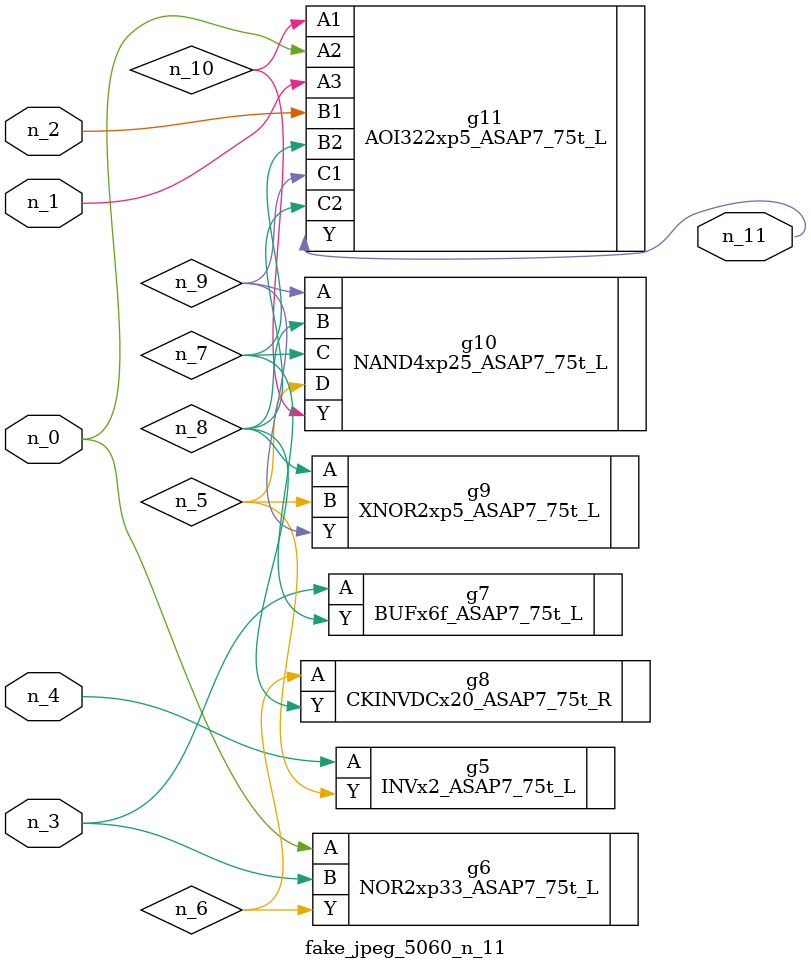
<source format=v>
module fake_jpeg_5060_n_11 (n_3, n_2, n_1, n_0, n_4, n_11);

input n_3;
input n_2;
input n_1;
input n_0;
input n_4;

output n_11;

wire n_10;
wire n_8;
wire n_9;
wire n_6;
wire n_5;
wire n_7;

INVx2_ASAP7_75t_L g5 ( 
.A(n_4),
.Y(n_5)
);

NOR2xp33_ASAP7_75t_L g6 ( 
.A(n_0),
.B(n_3),
.Y(n_6)
);

BUFx6f_ASAP7_75t_L g7 ( 
.A(n_3),
.Y(n_7)
);

CKINVDCx20_ASAP7_75t_R g8 ( 
.A(n_6),
.Y(n_8)
);

XNOR2xp5_ASAP7_75t_L g9 ( 
.A(n_8),
.B(n_5),
.Y(n_9)
);

NAND4xp25_ASAP7_75t_L g10 ( 
.A(n_9),
.B(n_8),
.C(n_7),
.D(n_5),
.Y(n_10)
);

AOI322xp5_ASAP7_75t_L g11 ( 
.A1(n_10),
.A2(n_0),
.A3(n_1),
.B1(n_2),
.B2(n_7),
.C1(n_9),
.C2(n_8),
.Y(n_11)
);


endmodule
</source>
